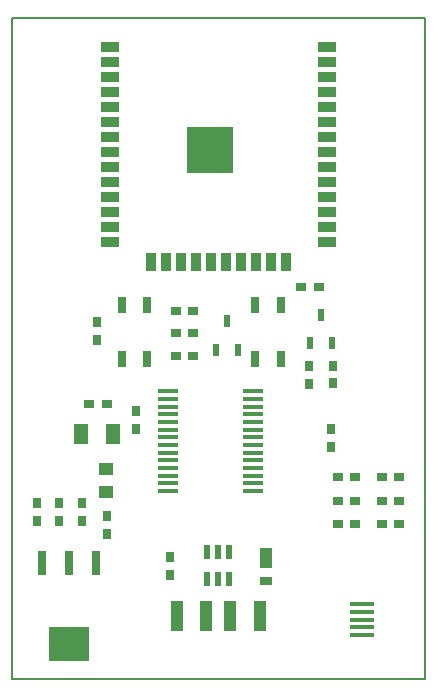
<source format=gbr>
G71*
G90*
G04 Quadcept GERBER*
%MOMM*%
%FSLAX44Y44*%
%ADD10C,0.2*%
%ADD11R,4X4*%
%ADD12R,0.6X1*%
%ADD13R,0.6X1*%
%ADD14R,0.6X1.2*%
%ADD15R,0.64X2*%
%ADD16R,0.65X1.45*%
%ADD17R,0.65X1.45*%
%ADD18R,0.8X0.9*%
%ADD19R,0.9X0.8*%
%ADD20R,0.9X1.5*%
%ADD21R,1.1X0.8*%
%ADD22R,1.1X1.8*%
%ADD23R,1.1X2.5*%
%ADD24R,1.2X1.7*%
%ADD25R,1.25X1*%
%ADD26R,1.5X0.9*%
%ADD27R,1.75X0.3*%
%ADD28R,2.15X0.4*%
%ADD29R,3.5X3*%
G54D10*
G01X-175000Y0000D02*
G01X175000Y0000D01*
G01X175000Y0000D02*
G01X175000Y560000D01*
G01X175000Y560000D02*
G01X-175000Y560000D01*
G01X-175000Y560000D02*
G01X-175000Y0000D01*
G54D11*
X-7000Y448000D03*
G54D12*
X7200Y303100D03*
X87200Y308400D03*
G54D13*
X-2300Y279100D03*
X16700Y279100D03*
X77700Y284400D03*
X96700Y284400D03*
G54D14*
X-9900Y84500D03*
X-0400Y84500D03*
X9100Y84500D03*
X9100Y107500D03*
X-0400Y107500D03*
X-9900Y107500D03*
G54D15*
X-126200Y98050D03*
X-103300Y98050D03*
X-149100Y98050D03*
G54D16*
X52950Y271450D03*
X31450Y271450D03*
X-81750Y316650D03*
X-60250Y316650D03*
G54D17*
X52950Y316950D03*
X31450Y316950D03*
X-81750Y271150D03*
X-60250Y271150D03*
G54D18*
X-153700Y149200D03*
X-153700Y134200D03*
X-94300Y138000D03*
X-94300Y123000D03*
X-102700Y287100D03*
X-102700Y302100D03*
X-41100Y88600D03*
X-41100Y103600D03*
X-69500Y227000D03*
X-69500Y212000D03*
X-134500Y149200D03*
X-134500Y134200D03*
X-115500Y149200D03*
X-115500Y134200D03*
X76500Y265100D03*
X76500Y250100D03*
X97500Y250600D03*
X97500Y265600D03*
X95700Y211900D03*
X95700Y196900D03*
G54D19*
X-109400Y233100D03*
X-94400Y233100D03*
X-21150Y312000D03*
X-36150Y312000D03*
X-21150Y293000D03*
X-36150Y293000D03*
X-21150Y274000D03*
X-36150Y274000D03*
X85200Y331800D03*
X70200Y331800D03*
X116050Y151050D03*
X101050Y151050D03*
X116050Y170800D03*
X101050Y170800D03*
X116050Y131700D03*
X101050Y131700D03*
X153350Y131700D03*
X138350Y131700D03*
X153350Y151050D03*
X138350Y151050D03*
X153350Y170800D03*
X138350Y170800D03*
G54D20*
X-44300Y353000D03*
X-31600Y353000D03*
X-18900Y353000D03*
X-6200Y353000D03*
X6500Y353000D03*
X19200Y353000D03*
X31900Y353000D03*
X44600Y353000D03*
X57300Y353000D03*
X-57000Y353000D03*
G54D21*
X40100Y83400D03*
G54D22*
X40100Y102400D03*
G54D23*
X35000Y53700D03*
X10000Y53700D03*
X-10000Y53700D03*
X-35000Y53700D03*
G54D24*
X-116300Y207600D03*
X-89300Y207600D03*
G54D25*
X-95200Y158400D03*
X-95200Y178400D03*
G54D26*
X-92000Y496900D03*
X-92000Y484200D03*
X-92000Y471500D03*
X-92000Y458800D03*
X-92000Y446100D03*
X-92000Y433400D03*
X-92000Y408000D03*
X-92000Y395300D03*
X-92000Y382600D03*
X-92000Y369900D03*
X92000Y382600D03*
X92000Y458800D03*
X-92000Y522300D03*
X-92000Y509600D03*
X-92000Y420700D03*
X92000Y369900D03*
X92000Y395300D03*
X92000Y408000D03*
X92000Y420700D03*
X92000Y433400D03*
X92000Y446100D03*
X92000Y471500D03*
X92000Y484200D03*
X92000Y496900D03*
X92000Y509600D03*
X92000Y522300D03*
X-92000Y535000D03*
X92000Y535000D03*
G54D27*
X29200Y191850D03*
X29200Y204850D03*
X29200Y211350D03*
X29200Y217850D03*
X29200Y224350D03*
X29200Y230850D03*
X29200Y237350D03*
X29200Y243850D03*
X-42800Y217850D03*
X-42800Y185350D03*
X-42800Y165850D03*
X-42800Y159350D03*
X29200Y159350D03*
X29200Y165850D03*
X29200Y172350D03*
X29200Y185350D03*
X-42800Y243850D03*
X-42800Y237350D03*
X-42800Y230850D03*
X-42800Y198350D03*
X-42800Y191850D03*
X29200Y198350D03*
X-42800Y224350D03*
X-42800Y204850D03*
X-42800Y178850D03*
X-42800Y172350D03*
X-42800Y211350D03*
X29200Y178850D03*
G54D28*
X121900Y37500D03*
X121900Y44000D03*
X121900Y50500D03*
X121900Y57000D03*
X121900Y63500D03*
G54D29*
X-126200Y30150D03*
M02*

</source>
